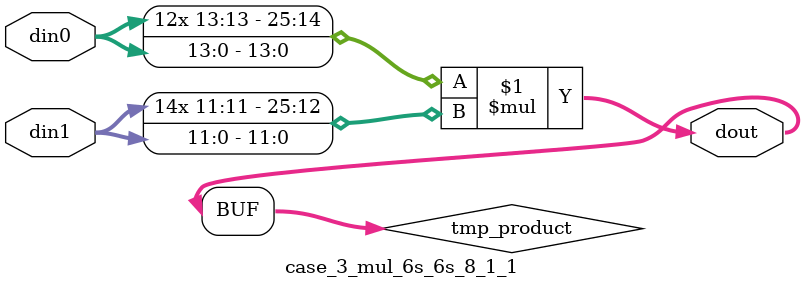
<source format=v>

`timescale 1 ns / 1 ps

 module case_3_mul_6s_6s_8_1_1(din0, din1, dout);
parameter ID = 1;
parameter NUM_STAGE = 0;
parameter din0_WIDTH = 14;
parameter din1_WIDTH = 12;
parameter dout_WIDTH = 26;

input [din0_WIDTH - 1 : 0] din0; 
input [din1_WIDTH - 1 : 0] din1; 
output [dout_WIDTH - 1 : 0] dout;

wire signed [dout_WIDTH - 1 : 0] tmp_product;



























assign tmp_product = $signed(din0) * $signed(din1);








assign dout = tmp_product;





















endmodule

</source>
